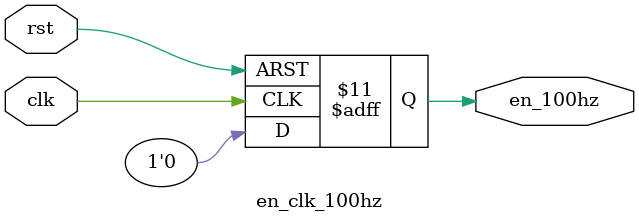
<source format=v>
module	en_clk_100hz	(
									clk,
									rst,
									en_100hz);
									
	input			clk,rst;
	output		en_100hz;
	
	reg			cnt_en_100hz;
	reg			en_100hz;
	
	always @ (posedge clk or negedge rst) begin
		if(!rst) begin
			cnt_en_100hz		<= 0;
			en_100hz				<= 0;
		end
		
		else if ( cnt_en_100hz == 499999 ) begin
			cnt_en_100hz		<= 0;
			en_100hz				<= 1;
		end
		else	begin
			cnt_en_100hz		<= cnt_en_100hz + 1;
			en_100hz				<= 0;
		end
	end
endmodule
</source>
